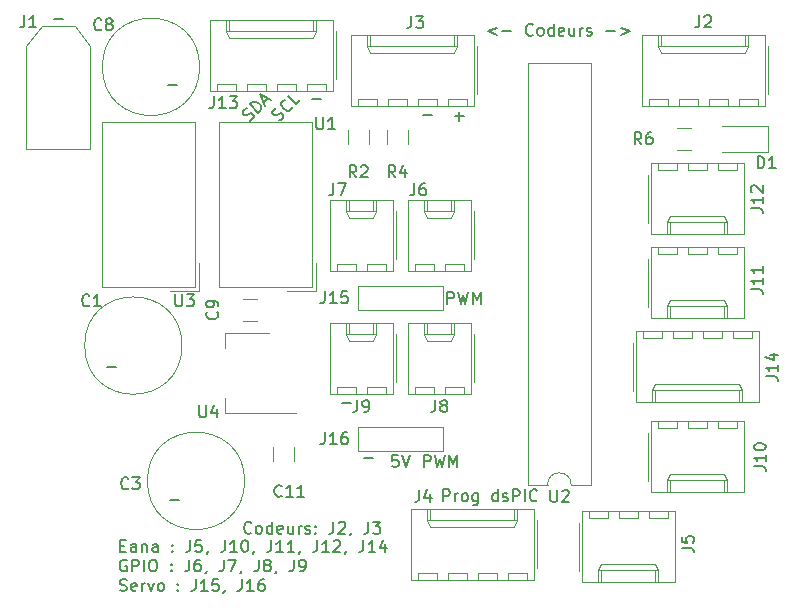
<source format=gto>
G04 #@! TF.GenerationSoftware,KiCad,Pcbnew,5.1.2-f72e74a~84~ubuntu18.04.1*
G04 #@! TF.CreationDate,2019-08-12T01:15:30+02:00*
G04 #@! TF.ProjectId,RPI_Peripheral_Expander,5250495f-5065-4726-9970-686572616c5f,rev?*
G04 #@! TF.SameCoordinates,Original*
G04 #@! TF.FileFunction,Legend,Top*
G04 #@! TF.FilePolarity,Positive*
%FSLAX46Y46*%
G04 Gerber Fmt 4.6, Leading zero omitted, Abs format (unit mm)*
G04 Created by KiCad (PCBNEW 5.1.2-f72e74a~84~ubuntu18.04.1) date 2019-08-12 01:15:30*
%MOMM*%
%LPD*%
G04 APERTURE LIST*
%ADD10C,0.150000*%
%ADD11C,0.120000*%
G04 APERTURE END LIST*
D10*
X236128819Y-141816380D02*
X236128819Y-140816380D01*
X236509771Y-140816380D01*
X236605009Y-140864000D01*
X236652628Y-140911619D01*
X236700247Y-141006857D01*
X236700247Y-141149714D01*
X236652628Y-141244952D01*
X236605009Y-141292571D01*
X236509771Y-141340190D01*
X236128819Y-141340190D01*
X237128819Y-141816380D02*
X237128819Y-141149714D01*
X237128819Y-141340190D02*
X237176438Y-141244952D01*
X237224057Y-141197333D01*
X237319295Y-141149714D01*
X237414533Y-141149714D01*
X237890723Y-141816380D02*
X237795485Y-141768761D01*
X237747866Y-141721142D01*
X237700247Y-141625904D01*
X237700247Y-141340190D01*
X237747866Y-141244952D01*
X237795485Y-141197333D01*
X237890723Y-141149714D01*
X238033580Y-141149714D01*
X238128819Y-141197333D01*
X238176438Y-141244952D01*
X238224057Y-141340190D01*
X238224057Y-141625904D01*
X238176438Y-141721142D01*
X238128819Y-141768761D01*
X238033580Y-141816380D01*
X237890723Y-141816380D01*
X239081200Y-141149714D02*
X239081200Y-141959238D01*
X239033580Y-142054476D01*
X238985961Y-142102095D01*
X238890723Y-142149714D01*
X238747866Y-142149714D01*
X238652628Y-142102095D01*
X239081200Y-141768761D02*
X238985961Y-141816380D01*
X238795485Y-141816380D01*
X238700247Y-141768761D01*
X238652628Y-141721142D01*
X238605009Y-141625904D01*
X238605009Y-141340190D01*
X238652628Y-141244952D01*
X238700247Y-141197333D01*
X238795485Y-141149714D01*
X238985961Y-141149714D01*
X239081200Y-141197333D01*
X240747866Y-141816380D02*
X240747866Y-140816380D01*
X240747866Y-141768761D02*
X240652628Y-141816380D01*
X240462152Y-141816380D01*
X240366914Y-141768761D01*
X240319295Y-141721142D01*
X240271676Y-141625904D01*
X240271676Y-141340190D01*
X240319295Y-141244952D01*
X240366914Y-141197333D01*
X240462152Y-141149714D01*
X240652628Y-141149714D01*
X240747866Y-141197333D01*
X241176438Y-141768761D02*
X241271676Y-141816380D01*
X241462152Y-141816380D01*
X241557390Y-141768761D01*
X241605009Y-141673523D01*
X241605009Y-141625904D01*
X241557390Y-141530666D01*
X241462152Y-141483047D01*
X241319295Y-141483047D01*
X241224057Y-141435428D01*
X241176438Y-141340190D01*
X241176438Y-141292571D01*
X241224057Y-141197333D01*
X241319295Y-141149714D01*
X241462152Y-141149714D01*
X241557390Y-141197333D01*
X242033580Y-141816380D02*
X242033580Y-140816380D01*
X242414533Y-140816380D01*
X242509771Y-140864000D01*
X242557390Y-140911619D01*
X242605009Y-141006857D01*
X242605009Y-141149714D01*
X242557390Y-141244952D01*
X242509771Y-141292571D01*
X242414533Y-141340190D01*
X242033580Y-141340190D01*
X243033580Y-141816380D02*
X243033580Y-140816380D01*
X244081200Y-141721142D02*
X244033580Y-141768761D01*
X243890723Y-141816380D01*
X243795485Y-141816380D01*
X243652628Y-141768761D01*
X243557390Y-141673523D01*
X243509771Y-141578285D01*
X243462152Y-141387809D01*
X243462152Y-141244952D01*
X243509771Y-141054476D01*
X243557390Y-140959238D01*
X243652628Y-140864000D01*
X243795485Y-140816380D01*
X243890723Y-140816380D01*
X244033580Y-140864000D01*
X244081200Y-140911619D01*
X219901542Y-144464342D02*
X219853923Y-144511961D01*
X219711066Y-144559580D01*
X219615828Y-144559580D01*
X219472971Y-144511961D01*
X219377733Y-144416723D01*
X219330114Y-144321485D01*
X219282495Y-144131009D01*
X219282495Y-143988152D01*
X219330114Y-143797676D01*
X219377733Y-143702438D01*
X219472971Y-143607200D01*
X219615828Y-143559580D01*
X219711066Y-143559580D01*
X219853923Y-143607200D01*
X219901542Y-143654819D01*
X220472971Y-144559580D02*
X220377733Y-144511961D01*
X220330114Y-144464342D01*
X220282495Y-144369104D01*
X220282495Y-144083390D01*
X220330114Y-143988152D01*
X220377733Y-143940533D01*
X220472971Y-143892914D01*
X220615828Y-143892914D01*
X220711066Y-143940533D01*
X220758685Y-143988152D01*
X220806304Y-144083390D01*
X220806304Y-144369104D01*
X220758685Y-144464342D01*
X220711066Y-144511961D01*
X220615828Y-144559580D01*
X220472971Y-144559580D01*
X221663447Y-144559580D02*
X221663447Y-143559580D01*
X221663447Y-144511961D02*
X221568209Y-144559580D01*
X221377733Y-144559580D01*
X221282495Y-144511961D01*
X221234876Y-144464342D01*
X221187257Y-144369104D01*
X221187257Y-144083390D01*
X221234876Y-143988152D01*
X221282495Y-143940533D01*
X221377733Y-143892914D01*
X221568209Y-143892914D01*
X221663447Y-143940533D01*
X222520590Y-144511961D02*
X222425352Y-144559580D01*
X222234876Y-144559580D01*
X222139638Y-144511961D01*
X222092019Y-144416723D01*
X222092019Y-144035771D01*
X222139638Y-143940533D01*
X222234876Y-143892914D01*
X222425352Y-143892914D01*
X222520590Y-143940533D01*
X222568209Y-144035771D01*
X222568209Y-144131009D01*
X222092019Y-144226247D01*
X223425352Y-143892914D02*
X223425352Y-144559580D01*
X222996780Y-143892914D02*
X222996780Y-144416723D01*
X223044400Y-144511961D01*
X223139638Y-144559580D01*
X223282495Y-144559580D01*
X223377733Y-144511961D01*
X223425352Y-144464342D01*
X223901542Y-144559580D02*
X223901542Y-143892914D01*
X223901542Y-144083390D02*
X223949161Y-143988152D01*
X223996780Y-143940533D01*
X224092019Y-143892914D01*
X224187257Y-143892914D01*
X224472971Y-144511961D02*
X224568209Y-144559580D01*
X224758685Y-144559580D01*
X224853923Y-144511961D01*
X224901542Y-144416723D01*
X224901542Y-144369104D01*
X224853923Y-144273866D01*
X224758685Y-144226247D01*
X224615828Y-144226247D01*
X224520590Y-144178628D01*
X224472971Y-144083390D01*
X224472971Y-144035771D01*
X224520590Y-143940533D01*
X224615828Y-143892914D01*
X224758685Y-143892914D01*
X224853923Y-143940533D01*
X225330114Y-144464342D02*
X225377733Y-144511961D01*
X225330114Y-144559580D01*
X225282495Y-144511961D01*
X225330114Y-144464342D01*
X225330114Y-144559580D01*
X225330114Y-143940533D02*
X225377733Y-143988152D01*
X225330114Y-144035771D01*
X225282495Y-143988152D01*
X225330114Y-143940533D01*
X225330114Y-144035771D01*
X226853923Y-143559580D02*
X226853923Y-144273866D01*
X226806304Y-144416723D01*
X226711066Y-144511961D01*
X226568209Y-144559580D01*
X226472971Y-144559580D01*
X227282495Y-143654819D02*
X227330114Y-143607200D01*
X227425352Y-143559580D01*
X227663447Y-143559580D01*
X227758685Y-143607200D01*
X227806304Y-143654819D01*
X227853923Y-143750057D01*
X227853923Y-143845295D01*
X227806304Y-143988152D01*
X227234876Y-144559580D01*
X227853923Y-144559580D01*
X228330114Y-144511961D02*
X228330114Y-144559580D01*
X228282495Y-144654819D01*
X228234876Y-144702438D01*
X229806304Y-143559580D02*
X229806304Y-144273866D01*
X229758685Y-144416723D01*
X229663447Y-144511961D01*
X229520590Y-144559580D01*
X229425352Y-144559580D01*
X230187257Y-143559580D02*
X230806304Y-143559580D01*
X230472971Y-143940533D01*
X230615828Y-143940533D01*
X230711066Y-143988152D01*
X230758685Y-144035771D01*
X230806304Y-144131009D01*
X230806304Y-144369104D01*
X230758685Y-144464342D01*
X230711066Y-144511961D01*
X230615828Y-144559580D01*
X230330114Y-144559580D01*
X230234876Y-144511961D01*
X230187257Y-144464342D01*
X213030247Y-141689428D02*
X213792152Y-141689428D01*
X207645447Y-130411828D02*
X208407352Y-130411828D01*
X212827047Y-106535828D02*
X213588952Y-106535828D01*
X203225847Y-100998628D02*
X203987752Y-100998628D01*
X208819195Y-145586171D02*
X209152528Y-145586171D01*
X209295385Y-146109980D02*
X208819195Y-146109980D01*
X208819195Y-145109980D01*
X209295385Y-145109980D01*
X210152528Y-146109980D02*
X210152528Y-145586171D01*
X210104909Y-145490933D01*
X210009671Y-145443314D01*
X209819195Y-145443314D01*
X209723957Y-145490933D01*
X210152528Y-146062361D02*
X210057290Y-146109980D01*
X209819195Y-146109980D01*
X209723957Y-146062361D01*
X209676338Y-145967123D01*
X209676338Y-145871885D01*
X209723957Y-145776647D01*
X209819195Y-145729028D01*
X210057290Y-145729028D01*
X210152528Y-145681409D01*
X210628719Y-145443314D02*
X210628719Y-146109980D01*
X210628719Y-145538552D02*
X210676338Y-145490933D01*
X210771576Y-145443314D01*
X210914433Y-145443314D01*
X211009671Y-145490933D01*
X211057290Y-145586171D01*
X211057290Y-146109980D01*
X211962052Y-146109980D02*
X211962052Y-145586171D01*
X211914433Y-145490933D01*
X211819195Y-145443314D01*
X211628719Y-145443314D01*
X211533480Y-145490933D01*
X211962052Y-146062361D02*
X211866814Y-146109980D01*
X211628719Y-146109980D01*
X211533480Y-146062361D01*
X211485861Y-145967123D01*
X211485861Y-145871885D01*
X211533480Y-145776647D01*
X211628719Y-145729028D01*
X211866814Y-145729028D01*
X211962052Y-145681409D01*
X213200147Y-146014742D02*
X213247766Y-146062361D01*
X213200147Y-146109980D01*
X213152528Y-146062361D01*
X213200147Y-146014742D01*
X213200147Y-146109980D01*
X213200147Y-145490933D02*
X213247766Y-145538552D01*
X213200147Y-145586171D01*
X213152528Y-145538552D01*
X213200147Y-145490933D01*
X213200147Y-145586171D01*
X214723957Y-145109980D02*
X214723957Y-145824266D01*
X214676338Y-145967123D01*
X214581100Y-146062361D01*
X214438242Y-146109980D01*
X214343004Y-146109980D01*
X215676338Y-145109980D02*
X215200147Y-145109980D01*
X215152528Y-145586171D01*
X215200147Y-145538552D01*
X215295385Y-145490933D01*
X215533480Y-145490933D01*
X215628719Y-145538552D01*
X215676338Y-145586171D01*
X215723957Y-145681409D01*
X215723957Y-145919504D01*
X215676338Y-146014742D01*
X215628719Y-146062361D01*
X215533480Y-146109980D01*
X215295385Y-146109980D01*
X215200147Y-146062361D01*
X215152528Y-146014742D01*
X216200147Y-146062361D02*
X216200147Y-146109980D01*
X216152528Y-146205219D01*
X216104909Y-146252838D01*
X217676338Y-145109980D02*
X217676338Y-145824266D01*
X217628719Y-145967123D01*
X217533480Y-146062361D01*
X217390623Y-146109980D01*
X217295385Y-146109980D01*
X218676338Y-146109980D02*
X218104909Y-146109980D01*
X218390623Y-146109980D02*
X218390623Y-145109980D01*
X218295385Y-145252838D01*
X218200147Y-145348076D01*
X218104909Y-145395695D01*
X219295385Y-145109980D02*
X219390623Y-145109980D01*
X219485861Y-145157600D01*
X219533480Y-145205219D01*
X219581100Y-145300457D01*
X219628719Y-145490933D01*
X219628719Y-145729028D01*
X219581100Y-145919504D01*
X219533480Y-146014742D01*
X219485861Y-146062361D01*
X219390623Y-146109980D01*
X219295385Y-146109980D01*
X219200147Y-146062361D01*
X219152528Y-146014742D01*
X219104909Y-145919504D01*
X219057290Y-145729028D01*
X219057290Y-145490933D01*
X219104909Y-145300457D01*
X219152528Y-145205219D01*
X219200147Y-145157600D01*
X219295385Y-145109980D01*
X220104909Y-146062361D02*
X220104909Y-146109980D01*
X220057290Y-146205219D01*
X220009671Y-146252838D01*
X221581100Y-145109980D02*
X221581100Y-145824266D01*
X221533480Y-145967123D01*
X221438242Y-146062361D01*
X221295385Y-146109980D01*
X221200147Y-146109980D01*
X222581100Y-146109980D02*
X222009671Y-146109980D01*
X222295385Y-146109980D02*
X222295385Y-145109980D01*
X222200147Y-145252838D01*
X222104909Y-145348076D01*
X222009671Y-145395695D01*
X223533480Y-146109980D02*
X222962052Y-146109980D01*
X223247766Y-146109980D02*
X223247766Y-145109980D01*
X223152528Y-145252838D01*
X223057290Y-145348076D01*
X222962052Y-145395695D01*
X224009671Y-146062361D02*
X224009671Y-146109980D01*
X223962052Y-146205219D01*
X223914433Y-146252838D01*
X225485861Y-145109980D02*
X225485861Y-145824266D01*
X225438242Y-145967123D01*
X225343004Y-146062361D01*
X225200147Y-146109980D01*
X225104909Y-146109980D01*
X226485861Y-146109980D02*
X225914433Y-146109980D01*
X226200147Y-146109980D02*
X226200147Y-145109980D01*
X226104909Y-145252838D01*
X226009671Y-145348076D01*
X225914433Y-145395695D01*
X226866814Y-145205219D02*
X226914433Y-145157600D01*
X227009671Y-145109980D01*
X227247766Y-145109980D01*
X227343004Y-145157600D01*
X227390623Y-145205219D01*
X227438242Y-145300457D01*
X227438242Y-145395695D01*
X227390623Y-145538552D01*
X226819195Y-146109980D01*
X227438242Y-146109980D01*
X227914433Y-146062361D02*
X227914433Y-146109980D01*
X227866814Y-146205219D01*
X227819195Y-146252838D01*
X229390623Y-145109980D02*
X229390623Y-145824266D01*
X229343004Y-145967123D01*
X229247766Y-146062361D01*
X229104909Y-146109980D01*
X229009671Y-146109980D01*
X230390623Y-146109980D02*
X229819195Y-146109980D01*
X230104909Y-146109980D02*
X230104909Y-145109980D01*
X230009671Y-145252838D01*
X229914433Y-145348076D01*
X229819195Y-145395695D01*
X231247766Y-145443314D02*
X231247766Y-146109980D01*
X231009671Y-145062361D02*
X230771576Y-145776647D01*
X231390623Y-145776647D01*
X209343004Y-146807600D02*
X209247766Y-146759980D01*
X209104909Y-146759980D01*
X208962052Y-146807600D01*
X208866814Y-146902838D01*
X208819195Y-146998076D01*
X208771576Y-147188552D01*
X208771576Y-147331409D01*
X208819195Y-147521885D01*
X208866814Y-147617123D01*
X208962052Y-147712361D01*
X209104909Y-147759980D01*
X209200147Y-147759980D01*
X209343004Y-147712361D01*
X209390623Y-147664742D01*
X209390623Y-147331409D01*
X209200147Y-147331409D01*
X209819195Y-147759980D02*
X209819195Y-146759980D01*
X210200147Y-146759980D01*
X210295385Y-146807600D01*
X210343004Y-146855219D01*
X210390623Y-146950457D01*
X210390623Y-147093314D01*
X210343004Y-147188552D01*
X210295385Y-147236171D01*
X210200147Y-147283790D01*
X209819195Y-147283790D01*
X210819195Y-147759980D02*
X210819195Y-146759980D01*
X211485861Y-146759980D02*
X211676338Y-146759980D01*
X211771576Y-146807600D01*
X211866814Y-146902838D01*
X211914433Y-147093314D01*
X211914433Y-147426647D01*
X211866814Y-147617123D01*
X211771576Y-147712361D01*
X211676338Y-147759980D01*
X211485861Y-147759980D01*
X211390623Y-147712361D01*
X211295385Y-147617123D01*
X211247766Y-147426647D01*
X211247766Y-147093314D01*
X211295385Y-146902838D01*
X211390623Y-146807600D01*
X211485861Y-146759980D01*
X213104909Y-147664742D02*
X213152528Y-147712361D01*
X213104909Y-147759980D01*
X213057290Y-147712361D01*
X213104909Y-147664742D01*
X213104909Y-147759980D01*
X213104909Y-147140933D02*
X213152528Y-147188552D01*
X213104909Y-147236171D01*
X213057290Y-147188552D01*
X213104909Y-147140933D01*
X213104909Y-147236171D01*
X214628719Y-146759980D02*
X214628719Y-147474266D01*
X214581100Y-147617123D01*
X214485861Y-147712361D01*
X214343004Y-147759980D01*
X214247766Y-147759980D01*
X215533480Y-146759980D02*
X215343004Y-146759980D01*
X215247766Y-146807600D01*
X215200147Y-146855219D01*
X215104909Y-146998076D01*
X215057290Y-147188552D01*
X215057290Y-147569504D01*
X215104909Y-147664742D01*
X215152528Y-147712361D01*
X215247766Y-147759980D01*
X215438242Y-147759980D01*
X215533480Y-147712361D01*
X215581100Y-147664742D01*
X215628719Y-147569504D01*
X215628719Y-147331409D01*
X215581100Y-147236171D01*
X215533480Y-147188552D01*
X215438242Y-147140933D01*
X215247766Y-147140933D01*
X215152528Y-147188552D01*
X215104909Y-147236171D01*
X215057290Y-147331409D01*
X216104909Y-147712361D02*
X216104909Y-147759980D01*
X216057290Y-147855219D01*
X216009671Y-147902838D01*
X217581100Y-146759980D02*
X217581100Y-147474266D01*
X217533480Y-147617123D01*
X217438242Y-147712361D01*
X217295385Y-147759980D01*
X217200147Y-147759980D01*
X217962052Y-146759980D02*
X218628719Y-146759980D01*
X218200147Y-147759980D01*
X219057290Y-147712361D02*
X219057290Y-147759980D01*
X219009671Y-147855219D01*
X218962052Y-147902838D01*
X220533480Y-146759980D02*
X220533480Y-147474266D01*
X220485861Y-147617123D01*
X220390623Y-147712361D01*
X220247766Y-147759980D01*
X220152528Y-147759980D01*
X221152528Y-147188552D02*
X221057290Y-147140933D01*
X221009671Y-147093314D01*
X220962052Y-146998076D01*
X220962052Y-146950457D01*
X221009671Y-146855219D01*
X221057290Y-146807600D01*
X221152528Y-146759980D01*
X221343004Y-146759980D01*
X221438242Y-146807600D01*
X221485861Y-146855219D01*
X221533480Y-146950457D01*
X221533480Y-146998076D01*
X221485861Y-147093314D01*
X221438242Y-147140933D01*
X221343004Y-147188552D01*
X221152528Y-147188552D01*
X221057290Y-147236171D01*
X221009671Y-147283790D01*
X220962052Y-147379028D01*
X220962052Y-147569504D01*
X221009671Y-147664742D01*
X221057290Y-147712361D01*
X221152528Y-147759980D01*
X221343004Y-147759980D01*
X221438242Y-147712361D01*
X221485861Y-147664742D01*
X221533480Y-147569504D01*
X221533480Y-147379028D01*
X221485861Y-147283790D01*
X221438242Y-147236171D01*
X221343004Y-147188552D01*
X222009671Y-147712361D02*
X222009671Y-147759980D01*
X221962052Y-147855219D01*
X221914433Y-147902838D01*
X223485861Y-146759980D02*
X223485861Y-147474266D01*
X223438242Y-147617123D01*
X223343004Y-147712361D01*
X223200147Y-147759980D01*
X223104909Y-147759980D01*
X224009671Y-147759980D02*
X224200147Y-147759980D01*
X224295385Y-147712361D01*
X224343004Y-147664742D01*
X224438242Y-147521885D01*
X224485861Y-147331409D01*
X224485861Y-146950457D01*
X224438242Y-146855219D01*
X224390623Y-146807600D01*
X224295385Y-146759980D01*
X224104909Y-146759980D01*
X224009671Y-146807600D01*
X223962052Y-146855219D01*
X223914433Y-146950457D01*
X223914433Y-147188552D01*
X223962052Y-147283790D01*
X224009671Y-147331409D01*
X224104909Y-147379028D01*
X224295385Y-147379028D01*
X224390623Y-147331409D01*
X224438242Y-147283790D01*
X224485861Y-147188552D01*
X208771576Y-149362361D02*
X208914433Y-149409980D01*
X209152528Y-149409980D01*
X209247766Y-149362361D01*
X209295385Y-149314742D01*
X209343004Y-149219504D01*
X209343004Y-149124266D01*
X209295385Y-149029028D01*
X209247766Y-148981409D01*
X209152528Y-148933790D01*
X208962052Y-148886171D01*
X208866814Y-148838552D01*
X208819195Y-148790933D01*
X208771576Y-148695695D01*
X208771576Y-148600457D01*
X208819195Y-148505219D01*
X208866814Y-148457600D01*
X208962052Y-148409980D01*
X209200147Y-148409980D01*
X209343004Y-148457600D01*
X210152528Y-149362361D02*
X210057290Y-149409980D01*
X209866814Y-149409980D01*
X209771576Y-149362361D01*
X209723957Y-149267123D01*
X209723957Y-148886171D01*
X209771576Y-148790933D01*
X209866814Y-148743314D01*
X210057290Y-148743314D01*
X210152528Y-148790933D01*
X210200147Y-148886171D01*
X210200147Y-148981409D01*
X209723957Y-149076647D01*
X210628719Y-149409980D02*
X210628719Y-148743314D01*
X210628719Y-148933790D02*
X210676338Y-148838552D01*
X210723957Y-148790933D01*
X210819195Y-148743314D01*
X210914433Y-148743314D01*
X211152528Y-148743314D02*
X211390623Y-149409980D01*
X211628719Y-148743314D01*
X212152528Y-149409980D02*
X212057290Y-149362361D01*
X212009671Y-149314742D01*
X211962052Y-149219504D01*
X211962052Y-148933790D01*
X212009671Y-148838552D01*
X212057290Y-148790933D01*
X212152528Y-148743314D01*
X212295385Y-148743314D01*
X212390623Y-148790933D01*
X212438242Y-148838552D01*
X212485861Y-148933790D01*
X212485861Y-149219504D01*
X212438242Y-149314742D01*
X212390623Y-149362361D01*
X212295385Y-149409980D01*
X212152528Y-149409980D01*
X213676338Y-149314742D02*
X213723957Y-149362361D01*
X213676338Y-149409980D01*
X213628719Y-149362361D01*
X213676338Y-149314742D01*
X213676338Y-149409980D01*
X213676338Y-148790933D02*
X213723957Y-148838552D01*
X213676338Y-148886171D01*
X213628719Y-148838552D01*
X213676338Y-148790933D01*
X213676338Y-148886171D01*
X215200147Y-148409980D02*
X215200147Y-149124266D01*
X215152528Y-149267123D01*
X215057290Y-149362361D01*
X214914433Y-149409980D01*
X214819195Y-149409980D01*
X216200147Y-149409980D02*
X215628719Y-149409980D01*
X215914433Y-149409980D02*
X215914433Y-148409980D01*
X215819195Y-148552838D01*
X215723957Y-148648076D01*
X215628719Y-148695695D01*
X217104909Y-148409980D02*
X216628719Y-148409980D01*
X216581100Y-148886171D01*
X216628719Y-148838552D01*
X216723957Y-148790933D01*
X216962052Y-148790933D01*
X217057290Y-148838552D01*
X217104909Y-148886171D01*
X217152528Y-148981409D01*
X217152528Y-149219504D01*
X217104909Y-149314742D01*
X217057290Y-149362361D01*
X216962052Y-149409980D01*
X216723957Y-149409980D01*
X216628719Y-149362361D01*
X216581100Y-149314742D01*
X217628719Y-149362361D02*
X217628719Y-149409980D01*
X217581100Y-149505219D01*
X217533480Y-149552838D01*
X219104909Y-148409980D02*
X219104909Y-149124266D01*
X219057290Y-149267123D01*
X218962052Y-149362361D01*
X218819195Y-149409980D01*
X218723957Y-149409980D01*
X220104909Y-149409980D02*
X219533480Y-149409980D01*
X219819195Y-149409980D02*
X219819195Y-148409980D01*
X219723957Y-148552838D01*
X219628719Y-148648076D01*
X219533480Y-148695695D01*
X220962052Y-148409980D02*
X220771576Y-148409980D01*
X220676338Y-148457600D01*
X220628719Y-148505219D01*
X220533480Y-148648076D01*
X220485861Y-148838552D01*
X220485861Y-149219504D01*
X220533480Y-149314742D01*
X220581100Y-149362361D01*
X220676338Y-149409980D01*
X220866814Y-149409980D01*
X220962052Y-149362361D01*
X221009671Y-149314742D01*
X221057290Y-149219504D01*
X221057290Y-148981409D01*
X221009671Y-148886171D01*
X220962052Y-148838552D01*
X220866814Y-148790933D01*
X220676338Y-148790933D01*
X220581100Y-148838552D01*
X220533480Y-148886171D01*
X220485861Y-148981409D01*
X240685104Y-101728914D02*
X239923200Y-102014628D01*
X240685104Y-102300342D01*
X241161295Y-102014628D02*
X241923200Y-102014628D01*
X243732723Y-102300342D02*
X243685104Y-102347961D01*
X243542247Y-102395580D01*
X243447009Y-102395580D01*
X243304152Y-102347961D01*
X243208914Y-102252723D01*
X243161295Y-102157485D01*
X243113676Y-101967009D01*
X243113676Y-101824152D01*
X243161295Y-101633676D01*
X243208914Y-101538438D01*
X243304152Y-101443200D01*
X243447009Y-101395580D01*
X243542247Y-101395580D01*
X243685104Y-101443200D01*
X243732723Y-101490819D01*
X244304152Y-102395580D02*
X244208914Y-102347961D01*
X244161295Y-102300342D01*
X244113676Y-102205104D01*
X244113676Y-101919390D01*
X244161295Y-101824152D01*
X244208914Y-101776533D01*
X244304152Y-101728914D01*
X244447009Y-101728914D01*
X244542247Y-101776533D01*
X244589866Y-101824152D01*
X244637485Y-101919390D01*
X244637485Y-102205104D01*
X244589866Y-102300342D01*
X244542247Y-102347961D01*
X244447009Y-102395580D01*
X244304152Y-102395580D01*
X245494628Y-102395580D02*
X245494628Y-101395580D01*
X245494628Y-102347961D02*
X245399390Y-102395580D01*
X245208914Y-102395580D01*
X245113676Y-102347961D01*
X245066057Y-102300342D01*
X245018438Y-102205104D01*
X245018438Y-101919390D01*
X245066057Y-101824152D01*
X245113676Y-101776533D01*
X245208914Y-101728914D01*
X245399390Y-101728914D01*
X245494628Y-101776533D01*
X246351771Y-102347961D02*
X246256533Y-102395580D01*
X246066057Y-102395580D01*
X245970819Y-102347961D01*
X245923200Y-102252723D01*
X245923200Y-101871771D01*
X245970819Y-101776533D01*
X246066057Y-101728914D01*
X246256533Y-101728914D01*
X246351771Y-101776533D01*
X246399390Y-101871771D01*
X246399390Y-101967009D01*
X245923200Y-102062247D01*
X247256533Y-101728914D02*
X247256533Y-102395580D01*
X246827961Y-101728914D02*
X246827961Y-102252723D01*
X246875580Y-102347961D01*
X246970819Y-102395580D01*
X247113676Y-102395580D01*
X247208914Y-102347961D01*
X247256533Y-102300342D01*
X247732723Y-102395580D02*
X247732723Y-101728914D01*
X247732723Y-101919390D02*
X247780342Y-101824152D01*
X247827961Y-101776533D01*
X247923200Y-101728914D01*
X248018438Y-101728914D01*
X248304152Y-102347961D02*
X248399390Y-102395580D01*
X248589866Y-102395580D01*
X248685104Y-102347961D01*
X248732723Y-102252723D01*
X248732723Y-102205104D01*
X248685104Y-102109866D01*
X248589866Y-102062247D01*
X248447009Y-102062247D01*
X248351771Y-102014628D01*
X248304152Y-101919390D01*
X248304152Y-101871771D01*
X248351771Y-101776533D01*
X248447009Y-101728914D01*
X248589866Y-101728914D01*
X248685104Y-101776533D01*
X249923200Y-102014628D02*
X250685104Y-102014628D01*
X251161295Y-101728914D02*
X251923200Y-102014628D01*
X251161295Y-102300342D01*
X236492038Y-125103180D02*
X236492038Y-124103180D01*
X236872990Y-124103180D01*
X236968228Y-124150800D01*
X237015847Y-124198419D01*
X237063466Y-124293657D01*
X237063466Y-124436514D01*
X237015847Y-124531752D01*
X236968228Y-124579371D01*
X236872990Y-124626990D01*
X236492038Y-124626990D01*
X237396800Y-124103180D02*
X237634895Y-125103180D01*
X237825371Y-124388895D01*
X238015847Y-125103180D01*
X238253942Y-124103180D01*
X238634895Y-125103180D02*
X238634895Y-124103180D01*
X238968228Y-124817466D01*
X239301561Y-124103180D01*
X239301561Y-125103180D01*
X234510838Y-138920780D02*
X234510838Y-137920780D01*
X234891790Y-137920780D01*
X234987028Y-137968400D01*
X235034647Y-138016019D01*
X235082266Y-138111257D01*
X235082266Y-138254114D01*
X235034647Y-138349352D01*
X234987028Y-138396971D01*
X234891790Y-138444590D01*
X234510838Y-138444590D01*
X235415600Y-137920780D02*
X235653695Y-138920780D01*
X235844171Y-138206495D01*
X236034647Y-138920780D01*
X236272742Y-137920780D01*
X236653695Y-138920780D02*
X236653695Y-137920780D01*
X236987028Y-138635066D01*
X237320361Y-137920780D01*
X237320361Y-138920780D01*
X232321523Y-137920780D02*
X231845333Y-137920780D01*
X231797714Y-138396971D01*
X231845333Y-138349352D01*
X231940571Y-138301733D01*
X232178666Y-138301733D01*
X232273904Y-138349352D01*
X232321523Y-138396971D01*
X232369142Y-138492209D01*
X232369142Y-138730304D01*
X232321523Y-138825542D01*
X232273904Y-138873161D01*
X232178666Y-138920780D01*
X231940571Y-138920780D01*
X231845333Y-138873161D01*
X231797714Y-138825542D01*
X232654857Y-137920780D02*
X232988190Y-138920780D01*
X233321523Y-137920780D01*
X229438647Y-138133428D02*
X230200552Y-138133428D01*
X219747580Y-109590439D02*
X219882267Y-109523096D01*
X220050625Y-109354737D01*
X220084297Y-109253722D01*
X220084297Y-109186378D01*
X220050625Y-109085363D01*
X219983282Y-109018019D01*
X219882267Y-108984348D01*
X219814923Y-108984348D01*
X219713908Y-109018019D01*
X219545549Y-109119035D01*
X219444534Y-109152706D01*
X219377190Y-109152706D01*
X219276175Y-109119035D01*
X219208832Y-109051691D01*
X219175160Y-108950676D01*
X219175160Y-108883332D01*
X219208832Y-108782317D01*
X219377190Y-108613958D01*
X219511877Y-108546615D01*
X220488358Y-108917004D02*
X219781251Y-108209897D01*
X219949610Y-108041538D01*
X220084297Y-107974195D01*
X220218984Y-107974195D01*
X220320000Y-108007867D01*
X220488358Y-108108882D01*
X220589374Y-108209897D01*
X220690389Y-108378256D01*
X220724061Y-108479271D01*
X220724061Y-108613958D01*
X220656717Y-108748645D01*
X220488358Y-108917004D01*
X220959763Y-108041538D02*
X221296480Y-107704821D01*
X221094450Y-108310912D02*
X220623045Y-107368103D01*
X221565854Y-107839508D01*
X222253616Y-109573603D02*
X222388303Y-109506260D01*
X222556661Y-109337901D01*
X222590333Y-109236886D01*
X222590333Y-109169542D01*
X222556661Y-109068527D01*
X222489318Y-109001183D01*
X222388303Y-108967512D01*
X222320959Y-108967512D01*
X222219944Y-109001183D01*
X222051585Y-109102199D01*
X221950570Y-109135870D01*
X221883226Y-109135870D01*
X221782211Y-109102199D01*
X221714868Y-109034855D01*
X221681196Y-108933840D01*
X221681196Y-108866496D01*
X221714868Y-108765481D01*
X221883226Y-108597122D01*
X222017913Y-108529779D01*
X223331112Y-108428764D02*
X223331112Y-108496107D01*
X223263768Y-108630794D01*
X223196425Y-108698138D01*
X223061738Y-108765481D01*
X222927051Y-108765481D01*
X222826035Y-108731809D01*
X222657677Y-108630794D01*
X222556661Y-108529779D01*
X222455646Y-108361420D01*
X222421974Y-108260405D01*
X222421974Y-108125718D01*
X222489318Y-107991031D01*
X222556661Y-107923687D01*
X222691348Y-107856344D01*
X222758692Y-107856344D01*
X224038218Y-107856344D02*
X223701501Y-108193061D01*
X222994394Y-107485955D01*
X225019047Y-107755028D02*
X225780952Y-107755028D01*
X227609847Y-133510628D02*
X228371752Y-133510628D01*
X237109447Y-109228228D02*
X237871352Y-109228228D01*
X237490400Y-109609180D02*
X237490400Y-108847276D01*
X234417047Y-109126628D02*
X235178952Y-109126628D01*
D11*
X260998000Y-113788000D02*
X260998000Y-113188000D01*
X259398000Y-113788000D02*
X260998000Y-113788000D01*
X259398000Y-113188000D02*
X259398000Y-113788000D01*
X258458000Y-113788000D02*
X258458000Y-113188000D01*
X256858000Y-113788000D02*
X258458000Y-113788000D01*
X256858000Y-113188000D02*
X256858000Y-113788000D01*
X255918000Y-113788000D02*
X255918000Y-113188000D01*
X254318000Y-113788000D02*
X255918000Y-113788000D01*
X254318000Y-113188000D02*
X254318000Y-113788000D01*
X259948000Y-119208000D02*
X259948000Y-118208000D01*
X255368000Y-119208000D02*
X255368000Y-118208000D01*
X259948000Y-117678000D02*
X260198000Y-118208000D01*
X255368000Y-117678000D02*
X259948000Y-117678000D01*
X255118000Y-118208000D02*
X255368000Y-117678000D01*
X260198000Y-118208000D02*
X260198000Y-119208000D01*
X255118000Y-118208000D02*
X260198000Y-118208000D01*
X255118000Y-119208000D02*
X255118000Y-118208000D01*
X253448000Y-114218000D02*
X253448000Y-118218000D01*
X261578000Y-113188000D02*
X253738000Y-113188000D01*
X261578000Y-119208000D02*
X261578000Y-113188000D01*
X253738000Y-119208000D02*
X261578000Y-119208000D01*
X253738000Y-113188000D02*
X253738000Y-119208000D01*
X233744000Y-121696000D02*
X233744000Y-122296000D01*
X235344000Y-121696000D02*
X233744000Y-121696000D01*
X235344000Y-122296000D02*
X235344000Y-121696000D01*
X236284000Y-121696000D02*
X236284000Y-122296000D01*
X237884000Y-121696000D02*
X236284000Y-121696000D01*
X237884000Y-122296000D02*
X237884000Y-121696000D01*
X234794000Y-116276000D02*
X234794000Y-117276000D01*
X236834000Y-116276000D02*
X236834000Y-117276000D01*
X234794000Y-117806000D02*
X234544000Y-117276000D01*
X236834000Y-117806000D02*
X234794000Y-117806000D01*
X237084000Y-117276000D02*
X236834000Y-117806000D01*
X234544000Y-117276000D02*
X234544000Y-116276000D01*
X237084000Y-117276000D02*
X234544000Y-117276000D01*
X237084000Y-116276000D02*
X237084000Y-117276000D01*
X238754000Y-121266000D02*
X238754000Y-117266000D01*
X233164000Y-122296000D02*
X238464000Y-122296000D01*
X233164000Y-116276000D02*
X233164000Y-122296000D01*
X238464000Y-116276000D02*
X233164000Y-116276000D01*
X238464000Y-122296000D02*
X238464000Y-116276000D01*
X214026000Y-128636000D02*
G75*
G03X214026000Y-128636000I-4120000J0D01*
G01*
X219332000Y-140094000D02*
G75*
G03X219332000Y-140094000I-4120000J0D01*
G01*
X220414064Y-126526000D02*
X219209936Y-126526000D01*
X220414064Y-124706000D02*
X219209936Y-124706000D01*
X223516000Y-137205936D02*
X223516000Y-138410064D01*
X221696000Y-137205936D02*
X221696000Y-138410064D01*
X259744000Y-112273000D02*
X263629000Y-112273000D01*
X263629000Y-112273000D02*
X263629000Y-110003000D01*
X263629000Y-110003000D02*
X259744000Y-110003000D01*
X206266000Y-103270000D02*
X206266000Y-111990000D01*
X206266000Y-111990000D02*
X200846000Y-111990000D01*
X200846000Y-103270000D02*
X200846000Y-111990000D01*
X204966000Y-101570000D02*
X206266000Y-103270000D01*
X202146000Y-101570000D02*
X200846000Y-103270000D01*
X204966000Y-101570000D02*
X202146000Y-101570000D01*
X253556000Y-107726000D02*
X253556000Y-108326000D01*
X255156000Y-107726000D02*
X253556000Y-107726000D01*
X255156000Y-108326000D02*
X255156000Y-107726000D01*
X256096000Y-107726000D02*
X256096000Y-108326000D01*
X257696000Y-107726000D02*
X256096000Y-107726000D01*
X257696000Y-108326000D02*
X257696000Y-107726000D01*
X258636000Y-107726000D02*
X258636000Y-108326000D01*
X260236000Y-107726000D02*
X258636000Y-107726000D01*
X260236000Y-108326000D02*
X260236000Y-107726000D01*
X261176000Y-107726000D02*
X261176000Y-108326000D01*
X262776000Y-107726000D02*
X261176000Y-107726000D01*
X262776000Y-108326000D02*
X262776000Y-107726000D01*
X254606000Y-102306000D02*
X254606000Y-103306000D01*
X261726000Y-102306000D02*
X261726000Y-103306000D01*
X254606000Y-103836000D02*
X254356000Y-103306000D01*
X261726000Y-103836000D02*
X254606000Y-103836000D01*
X261976000Y-103306000D02*
X261726000Y-103836000D01*
X254356000Y-103306000D02*
X254356000Y-102306000D01*
X261976000Y-103306000D02*
X254356000Y-103306000D01*
X261976000Y-102306000D02*
X261976000Y-103306000D01*
X263646000Y-107296000D02*
X263646000Y-103296000D01*
X252976000Y-108326000D02*
X263356000Y-108326000D01*
X252976000Y-102306000D02*
X252976000Y-108326000D01*
X263356000Y-102306000D02*
X252976000Y-102306000D01*
X263356000Y-108326000D02*
X263356000Y-102306000D01*
X238718000Y-108326000D02*
X238718000Y-102306000D01*
X238718000Y-102306000D02*
X228338000Y-102306000D01*
X228338000Y-102306000D02*
X228338000Y-108326000D01*
X228338000Y-108326000D02*
X238718000Y-108326000D01*
X239008000Y-107296000D02*
X239008000Y-103296000D01*
X237338000Y-102306000D02*
X237338000Y-103306000D01*
X237338000Y-103306000D02*
X229718000Y-103306000D01*
X229718000Y-103306000D02*
X229718000Y-102306000D01*
X237338000Y-103306000D02*
X237088000Y-103836000D01*
X237088000Y-103836000D02*
X229968000Y-103836000D01*
X229968000Y-103836000D02*
X229718000Y-103306000D01*
X237088000Y-102306000D02*
X237088000Y-103306000D01*
X229968000Y-102306000D02*
X229968000Y-103306000D01*
X238138000Y-108326000D02*
X238138000Y-107726000D01*
X238138000Y-107726000D02*
X236538000Y-107726000D01*
X236538000Y-107726000D02*
X236538000Y-108326000D01*
X235598000Y-108326000D02*
X235598000Y-107726000D01*
X235598000Y-107726000D02*
X233998000Y-107726000D01*
X233998000Y-107726000D02*
X233998000Y-108326000D01*
X233058000Y-108326000D02*
X233058000Y-107726000D01*
X233058000Y-107726000D02*
X231458000Y-107726000D01*
X231458000Y-107726000D02*
X231458000Y-108326000D01*
X230518000Y-108326000D02*
X230518000Y-107726000D01*
X230518000Y-107726000D02*
X228918000Y-107726000D01*
X228918000Y-107726000D02*
X228918000Y-108326000D01*
X243798000Y-148458000D02*
X243798000Y-142438000D01*
X243798000Y-142438000D02*
X233418000Y-142438000D01*
X233418000Y-142438000D02*
X233418000Y-148458000D01*
X233418000Y-148458000D02*
X243798000Y-148458000D01*
X244088000Y-147428000D02*
X244088000Y-143428000D01*
X242418000Y-142438000D02*
X242418000Y-143438000D01*
X242418000Y-143438000D02*
X234798000Y-143438000D01*
X234798000Y-143438000D02*
X234798000Y-142438000D01*
X242418000Y-143438000D02*
X242168000Y-143968000D01*
X242168000Y-143968000D02*
X235048000Y-143968000D01*
X235048000Y-143968000D02*
X234798000Y-143438000D01*
X242168000Y-142438000D02*
X242168000Y-143438000D01*
X235048000Y-142438000D02*
X235048000Y-143438000D01*
X243218000Y-148458000D02*
X243218000Y-147858000D01*
X243218000Y-147858000D02*
X241618000Y-147858000D01*
X241618000Y-147858000D02*
X241618000Y-148458000D01*
X240678000Y-148458000D02*
X240678000Y-147858000D01*
X240678000Y-147858000D02*
X239078000Y-147858000D01*
X239078000Y-147858000D02*
X239078000Y-148458000D01*
X238138000Y-148458000D02*
X238138000Y-147858000D01*
X238138000Y-147858000D02*
X236538000Y-147858000D01*
X236538000Y-147858000D02*
X236538000Y-148458000D01*
X235598000Y-148458000D02*
X235598000Y-147858000D01*
X235598000Y-147858000D02*
X233998000Y-147858000D01*
X233998000Y-147858000D02*
X233998000Y-148458000D01*
X233744000Y-132110000D02*
X233744000Y-132710000D01*
X235344000Y-132110000D02*
X233744000Y-132110000D01*
X235344000Y-132710000D02*
X235344000Y-132110000D01*
X236284000Y-132110000D02*
X236284000Y-132710000D01*
X237884000Y-132110000D02*
X236284000Y-132110000D01*
X237884000Y-132710000D02*
X237884000Y-132110000D01*
X234794000Y-126690000D02*
X234794000Y-127690000D01*
X236834000Y-126690000D02*
X236834000Y-127690000D01*
X234794000Y-128220000D02*
X234544000Y-127690000D01*
X236834000Y-128220000D02*
X234794000Y-128220000D01*
X237084000Y-127690000D02*
X236834000Y-128220000D01*
X234544000Y-127690000D02*
X234544000Y-126690000D01*
X237084000Y-127690000D02*
X234544000Y-127690000D01*
X237084000Y-126690000D02*
X237084000Y-127690000D01*
X238754000Y-131680000D02*
X238754000Y-127680000D01*
X233164000Y-132710000D02*
X238464000Y-132710000D01*
X233164000Y-126690000D02*
X233164000Y-132710000D01*
X238464000Y-126690000D02*
X233164000Y-126690000D01*
X238464000Y-132710000D02*
X238464000Y-126690000D01*
X231860000Y-132710000D02*
X231860000Y-126690000D01*
X231860000Y-126690000D02*
X226560000Y-126690000D01*
X226560000Y-126690000D02*
X226560000Y-132710000D01*
X226560000Y-132710000D02*
X231860000Y-132710000D01*
X232150000Y-131680000D02*
X232150000Y-127680000D01*
X230480000Y-126690000D02*
X230480000Y-127690000D01*
X230480000Y-127690000D02*
X227940000Y-127690000D01*
X227940000Y-127690000D02*
X227940000Y-126690000D01*
X230480000Y-127690000D02*
X230230000Y-128220000D01*
X230230000Y-128220000D02*
X228190000Y-128220000D01*
X228190000Y-128220000D02*
X227940000Y-127690000D01*
X230230000Y-126690000D02*
X230230000Y-127690000D01*
X228190000Y-126690000D02*
X228190000Y-127690000D01*
X231280000Y-132710000D02*
X231280000Y-132110000D01*
X231280000Y-132110000D02*
X229680000Y-132110000D01*
X229680000Y-132110000D02*
X229680000Y-132710000D01*
X228740000Y-132710000D02*
X228740000Y-132110000D01*
X228740000Y-132110000D02*
X227140000Y-132110000D01*
X227140000Y-132110000D02*
X227140000Y-132710000D01*
X229866000Y-110405936D02*
X229866000Y-111610064D01*
X228046000Y-110405936D02*
X228046000Y-111610064D01*
X231348000Y-110405936D02*
X231348000Y-111610064D01*
X233168000Y-110405936D02*
X233168000Y-111610064D01*
X257120064Y-112048000D02*
X255915936Y-112048000D01*
X257120064Y-110228000D02*
X255915936Y-110228000D01*
X217648000Y-127540000D02*
X217648000Y-128800000D01*
X217648000Y-134360000D02*
X217648000Y-133100000D01*
X221408000Y-127540000D02*
X217648000Y-127540000D01*
X223658000Y-134360000D02*
X217648000Y-134360000D01*
X225335400Y-124016000D02*
X225335400Y-121686000D01*
X222885400Y-124016000D02*
X225335400Y-124016000D01*
X225005400Y-109716000D02*
X225005400Y-123716000D01*
X217155400Y-109716000D02*
X225005400Y-109716000D01*
X217155400Y-123716000D02*
X217155400Y-109716000D01*
X225005400Y-123716000D02*
X217155400Y-123716000D01*
X215522000Y-105042000D02*
G75*
G03X215522000Y-105042000I-4120000J0D01*
G01*
X247896000Y-142652000D02*
X247896000Y-148672000D01*
X247896000Y-148672000D02*
X255736000Y-148672000D01*
X255736000Y-148672000D02*
X255736000Y-142652000D01*
X255736000Y-142652000D02*
X247896000Y-142652000D01*
X247606000Y-143682000D02*
X247606000Y-147682000D01*
X249276000Y-148672000D02*
X249276000Y-147672000D01*
X249276000Y-147672000D02*
X254356000Y-147672000D01*
X254356000Y-147672000D02*
X254356000Y-148672000D01*
X249276000Y-147672000D02*
X249526000Y-147142000D01*
X249526000Y-147142000D02*
X254106000Y-147142000D01*
X254106000Y-147142000D02*
X254356000Y-147672000D01*
X249526000Y-148672000D02*
X249526000Y-147672000D01*
X254106000Y-148672000D02*
X254106000Y-147672000D01*
X248476000Y-142652000D02*
X248476000Y-143252000D01*
X248476000Y-143252000D02*
X250076000Y-143252000D01*
X250076000Y-143252000D02*
X250076000Y-142652000D01*
X251016000Y-142652000D02*
X251016000Y-143252000D01*
X251016000Y-143252000D02*
X252616000Y-143252000D01*
X252616000Y-143252000D02*
X252616000Y-142652000D01*
X253556000Y-142652000D02*
X253556000Y-143252000D01*
X253556000Y-143252000D02*
X255156000Y-143252000D01*
X255156000Y-143252000D02*
X255156000Y-142652000D01*
X231860000Y-122296000D02*
X231860000Y-116276000D01*
X231860000Y-116276000D02*
X226560000Y-116276000D01*
X226560000Y-116276000D02*
X226560000Y-122296000D01*
X226560000Y-122296000D02*
X231860000Y-122296000D01*
X232150000Y-121266000D02*
X232150000Y-117266000D01*
X230480000Y-116276000D02*
X230480000Y-117276000D01*
X230480000Y-117276000D02*
X227940000Y-117276000D01*
X227940000Y-117276000D02*
X227940000Y-116276000D01*
X230480000Y-117276000D02*
X230230000Y-117806000D01*
X230230000Y-117806000D02*
X228190000Y-117806000D01*
X228190000Y-117806000D02*
X227940000Y-117276000D01*
X230230000Y-116276000D02*
X230230000Y-117276000D01*
X228190000Y-116276000D02*
X228190000Y-117276000D01*
X231280000Y-122296000D02*
X231280000Y-121696000D01*
X231280000Y-121696000D02*
X229680000Y-121696000D01*
X229680000Y-121696000D02*
X229680000Y-122296000D01*
X228740000Y-122296000D02*
X228740000Y-121696000D01*
X228740000Y-121696000D02*
X227140000Y-121696000D01*
X227140000Y-121696000D02*
X227140000Y-122296000D01*
X260998000Y-135632000D02*
X260998000Y-135032000D01*
X259398000Y-135632000D02*
X260998000Y-135632000D01*
X259398000Y-135032000D02*
X259398000Y-135632000D01*
X258458000Y-135632000D02*
X258458000Y-135032000D01*
X256858000Y-135632000D02*
X258458000Y-135632000D01*
X256858000Y-135032000D02*
X256858000Y-135632000D01*
X255918000Y-135632000D02*
X255918000Y-135032000D01*
X254318000Y-135632000D02*
X255918000Y-135632000D01*
X254318000Y-135032000D02*
X254318000Y-135632000D01*
X259948000Y-141052000D02*
X259948000Y-140052000D01*
X255368000Y-141052000D02*
X255368000Y-140052000D01*
X259948000Y-139522000D02*
X260198000Y-140052000D01*
X255368000Y-139522000D02*
X259948000Y-139522000D01*
X255118000Y-140052000D02*
X255368000Y-139522000D01*
X260198000Y-140052000D02*
X260198000Y-141052000D01*
X255118000Y-140052000D02*
X260198000Y-140052000D01*
X255118000Y-141052000D02*
X255118000Y-140052000D01*
X253448000Y-136062000D02*
X253448000Y-140062000D01*
X261578000Y-135032000D02*
X253738000Y-135032000D01*
X261578000Y-141052000D02*
X261578000Y-135032000D01*
X253738000Y-141052000D02*
X261578000Y-141052000D01*
X253738000Y-135032000D02*
X253738000Y-141052000D01*
X253738000Y-120300000D02*
X253738000Y-126320000D01*
X253738000Y-126320000D02*
X261578000Y-126320000D01*
X261578000Y-126320000D02*
X261578000Y-120300000D01*
X261578000Y-120300000D02*
X253738000Y-120300000D01*
X253448000Y-121330000D02*
X253448000Y-125330000D01*
X255118000Y-126320000D02*
X255118000Y-125320000D01*
X255118000Y-125320000D02*
X260198000Y-125320000D01*
X260198000Y-125320000D02*
X260198000Y-126320000D01*
X255118000Y-125320000D02*
X255368000Y-124790000D01*
X255368000Y-124790000D02*
X259948000Y-124790000D01*
X259948000Y-124790000D02*
X260198000Y-125320000D01*
X255368000Y-126320000D02*
X255368000Y-125320000D01*
X259948000Y-126320000D02*
X259948000Y-125320000D01*
X254318000Y-120300000D02*
X254318000Y-120900000D01*
X254318000Y-120900000D02*
X255918000Y-120900000D01*
X255918000Y-120900000D02*
X255918000Y-120300000D01*
X256858000Y-120300000D02*
X256858000Y-120900000D01*
X256858000Y-120900000D02*
X258458000Y-120900000D01*
X258458000Y-120900000D02*
X258458000Y-120300000D01*
X259398000Y-120300000D02*
X259398000Y-120900000D01*
X259398000Y-120900000D02*
X260998000Y-120900000D01*
X260998000Y-120900000D02*
X260998000Y-120300000D01*
X216980000Y-106456000D02*
X216980000Y-107056000D01*
X218580000Y-106456000D02*
X216980000Y-106456000D01*
X218580000Y-107056000D02*
X218580000Y-106456000D01*
X219520000Y-106456000D02*
X219520000Y-107056000D01*
X221120000Y-106456000D02*
X219520000Y-106456000D01*
X221120000Y-107056000D02*
X221120000Y-106456000D01*
X222060000Y-106456000D02*
X222060000Y-107056000D01*
X223660000Y-106456000D02*
X222060000Y-106456000D01*
X223660000Y-107056000D02*
X223660000Y-106456000D01*
X224600000Y-106456000D02*
X224600000Y-107056000D01*
X226200000Y-106456000D02*
X224600000Y-106456000D01*
X226200000Y-107056000D02*
X226200000Y-106456000D01*
X218030000Y-101036000D02*
X218030000Y-102036000D01*
X225150000Y-101036000D02*
X225150000Y-102036000D01*
X218030000Y-102566000D02*
X217780000Y-102036000D01*
X225150000Y-102566000D02*
X218030000Y-102566000D01*
X225400000Y-102036000D02*
X225150000Y-102566000D01*
X217780000Y-102036000D02*
X217780000Y-101036000D01*
X225400000Y-102036000D02*
X217780000Y-102036000D01*
X225400000Y-101036000D02*
X225400000Y-102036000D01*
X227070000Y-106026000D02*
X227070000Y-102026000D01*
X216400000Y-107056000D02*
X226780000Y-107056000D01*
X216400000Y-101036000D02*
X216400000Y-107056000D01*
X226780000Y-101036000D02*
X216400000Y-101036000D01*
X226780000Y-107056000D02*
X226780000Y-101036000D01*
X252468000Y-127412000D02*
X252468000Y-133432000D01*
X252468000Y-133432000D02*
X262848000Y-133432000D01*
X262848000Y-133432000D02*
X262848000Y-127412000D01*
X262848000Y-127412000D02*
X252468000Y-127412000D01*
X252178000Y-128442000D02*
X252178000Y-132442000D01*
X253848000Y-133432000D02*
X253848000Y-132432000D01*
X253848000Y-132432000D02*
X261468000Y-132432000D01*
X261468000Y-132432000D02*
X261468000Y-133432000D01*
X253848000Y-132432000D02*
X254098000Y-131902000D01*
X254098000Y-131902000D02*
X261218000Y-131902000D01*
X261218000Y-131902000D02*
X261468000Y-132432000D01*
X254098000Y-133432000D02*
X254098000Y-132432000D01*
X261218000Y-133432000D02*
X261218000Y-132432000D01*
X253048000Y-127412000D02*
X253048000Y-128012000D01*
X253048000Y-128012000D02*
X254648000Y-128012000D01*
X254648000Y-128012000D02*
X254648000Y-127412000D01*
X255588000Y-127412000D02*
X255588000Y-128012000D01*
X255588000Y-128012000D02*
X257188000Y-128012000D01*
X257188000Y-128012000D02*
X257188000Y-127412000D01*
X258128000Y-127412000D02*
X258128000Y-128012000D01*
X258128000Y-128012000D02*
X259728000Y-128012000D01*
X259728000Y-128012000D02*
X259728000Y-127412000D01*
X260668000Y-127412000D02*
X260668000Y-128012000D01*
X260668000Y-128012000D02*
X262268000Y-128012000D01*
X262268000Y-128012000D02*
X262268000Y-127412000D01*
X236093400Y-125641400D02*
X236093400Y-123558600D01*
X236093400Y-123558600D02*
X228930600Y-123558600D01*
X228930600Y-123558600D02*
X228930600Y-125641400D01*
X228930600Y-125641400D02*
X236093400Y-125641400D01*
X228930600Y-137579400D02*
X236093400Y-137579400D01*
X228930600Y-135496600D02*
X228930600Y-137579400D01*
X236093400Y-135496600D02*
X228930600Y-135496600D01*
X236093400Y-137579400D02*
X236093400Y-135496600D01*
X244974000Y-140408000D02*
G75*
G02X246974000Y-140408000I1000000J0D01*
G01*
X246974000Y-140408000D02*
X248624000Y-140408000D01*
X248624000Y-140408000D02*
X248624000Y-104728000D01*
X248624000Y-104728000D02*
X243324000Y-104728000D01*
X243324000Y-104728000D02*
X243324000Y-140408000D01*
X243324000Y-140408000D02*
X244974000Y-140408000D01*
X215429400Y-124016000D02*
X215429400Y-121686000D01*
X212979400Y-124016000D02*
X215429400Y-124016000D01*
X215099400Y-109716000D02*
X215099400Y-123716000D01*
X207249400Y-109716000D02*
X215099400Y-109716000D01*
X207249400Y-123716000D02*
X207249400Y-109716000D01*
X215099400Y-123716000D02*
X207249400Y-123716000D01*
D10*
X262190380Y-117027523D02*
X262904666Y-117027523D01*
X263047523Y-117075142D01*
X263142761Y-117170380D01*
X263190380Y-117313238D01*
X263190380Y-117408476D01*
X263190380Y-116027523D02*
X263190380Y-116598952D01*
X263190380Y-116313238D02*
X262190380Y-116313238D01*
X262333238Y-116408476D01*
X262428476Y-116503714D01*
X262476095Y-116598952D01*
X262285619Y-115646571D02*
X262238000Y-115598952D01*
X262190380Y-115503714D01*
X262190380Y-115265619D01*
X262238000Y-115170380D01*
X262285619Y-115122761D01*
X262380857Y-115075142D01*
X262476095Y-115075142D01*
X262618952Y-115122761D01*
X263190380Y-115694190D01*
X263190380Y-115075142D01*
X233702666Y-114908380D02*
X233702666Y-115622666D01*
X233655047Y-115765523D01*
X233559809Y-115860761D01*
X233416952Y-115908380D01*
X233321714Y-115908380D01*
X234607428Y-114908380D02*
X234416952Y-114908380D01*
X234321714Y-114956000D01*
X234274095Y-115003619D01*
X234178857Y-115146476D01*
X234131238Y-115336952D01*
X234131238Y-115717904D01*
X234178857Y-115813142D01*
X234226476Y-115860761D01*
X234321714Y-115908380D01*
X234512190Y-115908380D01*
X234607428Y-115860761D01*
X234655047Y-115813142D01*
X234702666Y-115717904D01*
X234702666Y-115479809D01*
X234655047Y-115384571D01*
X234607428Y-115336952D01*
X234512190Y-115289333D01*
X234321714Y-115289333D01*
X234226476Y-115336952D01*
X234178857Y-115384571D01*
X234131238Y-115479809D01*
X206183333Y-125211142D02*
X206135714Y-125258761D01*
X205992857Y-125306380D01*
X205897619Y-125306380D01*
X205754761Y-125258761D01*
X205659523Y-125163523D01*
X205611904Y-125068285D01*
X205564285Y-124877809D01*
X205564285Y-124734952D01*
X205611904Y-124544476D01*
X205659523Y-124449238D01*
X205754761Y-124354000D01*
X205897619Y-124306380D01*
X205992857Y-124306380D01*
X206135714Y-124354000D01*
X206183333Y-124401619D01*
X207135714Y-125306380D02*
X206564285Y-125306380D01*
X206850000Y-125306380D02*
X206850000Y-124306380D01*
X206754761Y-124449238D01*
X206659523Y-124544476D01*
X206564285Y-124592095D01*
X209485333Y-140705142D02*
X209437714Y-140752761D01*
X209294857Y-140800380D01*
X209199619Y-140800380D01*
X209056761Y-140752761D01*
X208961523Y-140657523D01*
X208913904Y-140562285D01*
X208866285Y-140371809D01*
X208866285Y-140228952D01*
X208913904Y-140038476D01*
X208961523Y-139943238D01*
X209056761Y-139848000D01*
X209199619Y-139800380D01*
X209294857Y-139800380D01*
X209437714Y-139848000D01*
X209485333Y-139895619D01*
X209818666Y-139800380D02*
X210437714Y-139800380D01*
X210104380Y-140181333D01*
X210247238Y-140181333D01*
X210342476Y-140228952D01*
X210390095Y-140276571D01*
X210437714Y-140371809D01*
X210437714Y-140609904D01*
X210390095Y-140705142D01*
X210342476Y-140752761D01*
X210247238Y-140800380D01*
X209961523Y-140800380D01*
X209866285Y-140752761D01*
X209818666Y-140705142D01*
X216991142Y-125782666D02*
X217038761Y-125830285D01*
X217086380Y-125973142D01*
X217086380Y-126068380D01*
X217038761Y-126211238D01*
X216943523Y-126306476D01*
X216848285Y-126354095D01*
X216657809Y-126401714D01*
X216514952Y-126401714D01*
X216324476Y-126354095D01*
X216229238Y-126306476D01*
X216134000Y-126211238D01*
X216086380Y-126068380D01*
X216086380Y-125973142D01*
X216134000Y-125830285D01*
X216181619Y-125782666D01*
X217086380Y-125306476D02*
X217086380Y-125116000D01*
X217038761Y-125020761D01*
X216991142Y-124973142D01*
X216848285Y-124877904D01*
X216657809Y-124830285D01*
X216276857Y-124830285D01*
X216181619Y-124877904D01*
X216134000Y-124925523D01*
X216086380Y-125020761D01*
X216086380Y-125211238D01*
X216134000Y-125306476D01*
X216181619Y-125354095D01*
X216276857Y-125401714D01*
X216514952Y-125401714D01*
X216610190Y-125354095D01*
X216657809Y-125306476D01*
X216705428Y-125211238D01*
X216705428Y-125020761D01*
X216657809Y-124925523D01*
X216610190Y-124877904D01*
X216514952Y-124830285D01*
X222471142Y-141343142D02*
X222423523Y-141390761D01*
X222280666Y-141438380D01*
X222185428Y-141438380D01*
X222042571Y-141390761D01*
X221947333Y-141295523D01*
X221899714Y-141200285D01*
X221852095Y-141009809D01*
X221852095Y-140866952D01*
X221899714Y-140676476D01*
X221947333Y-140581238D01*
X222042571Y-140486000D01*
X222185428Y-140438380D01*
X222280666Y-140438380D01*
X222423523Y-140486000D01*
X222471142Y-140533619D01*
X223423523Y-141438380D02*
X222852095Y-141438380D01*
X223137809Y-141438380D02*
X223137809Y-140438380D01*
X223042571Y-140581238D01*
X222947333Y-140676476D01*
X222852095Y-140724095D01*
X224375904Y-141438380D02*
X223804476Y-141438380D01*
X224090190Y-141438380D02*
X224090190Y-140438380D01*
X223994952Y-140581238D01*
X223899714Y-140676476D01*
X223804476Y-140724095D01*
X262761904Y-113622380D02*
X262761904Y-112622380D01*
X263000000Y-112622380D01*
X263142857Y-112670000D01*
X263238095Y-112765238D01*
X263285714Y-112860476D01*
X263333333Y-113050952D01*
X263333333Y-113193809D01*
X263285714Y-113384285D01*
X263238095Y-113479523D01*
X263142857Y-113574761D01*
X263000000Y-113622380D01*
X262761904Y-113622380D01*
X264285714Y-113622380D02*
X263714285Y-113622380D01*
X264000000Y-113622380D02*
X264000000Y-112622380D01*
X263904761Y-112765238D01*
X263809523Y-112860476D01*
X263714285Y-112908095D01*
X200682666Y-100684380D02*
X200682666Y-101398666D01*
X200635047Y-101541523D01*
X200539809Y-101636761D01*
X200396952Y-101684380D01*
X200301714Y-101684380D01*
X201682666Y-101684380D02*
X201111238Y-101684380D01*
X201396952Y-101684380D02*
X201396952Y-100684380D01*
X201301714Y-100827238D01*
X201206476Y-100922476D01*
X201111238Y-100970095D01*
X257832666Y-100684380D02*
X257832666Y-101398666D01*
X257785047Y-101541523D01*
X257689809Y-101636761D01*
X257546952Y-101684380D01*
X257451714Y-101684380D01*
X258261238Y-100779619D02*
X258308857Y-100732000D01*
X258404095Y-100684380D01*
X258642190Y-100684380D01*
X258737428Y-100732000D01*
X258785047Y-100779619D01*
X258832666Y-100874857D01*
X258832666Y-100970095D01*
X258785047Y-101112952D01*
X258213619Y-101684380D01*
X258832666Y-101684380D01*
X233448666Y-100735180D02*
X233448666Y-101449466D01*
X233401047Y-101592323D01*
X233305809Y-101687561D01*
X233162952Y-101735180D01*
X233067714Y-101735180D01*
X233829619Y-100735180D02*
X234448666Y-100735180D01*
X234115333Y-101116133D01*
X234258190Y-101116133D01*
X234353428Y-101163752D01*
X234401047Y-101211371D01*
X234448666Y-101306609D01*
X234448666Y-101544704D01*
X234401047Y-101639942D01*
X234353428Y-101687561D01*
X234258190Y-101735180D01*
X233972476Y-101735180D01*
X233877238Y-101687561D01*
X233829619Y-101639942D01*
X234109066Y-140867180D02*
X234109066Y-141581466D01*
X234061447Y-141724323D01*
X233966209Y-141819561D01*
X233823352Y-141867180D01*
X233728114Y-141867180D01*
X235013828Y-141200514D02*
X235013828Y-141867180D01*
X234775733Y-140819561D02*
X234537638Y-141533847D01*
X235156685Y-141533847D01*
X235480666Y-133252380D02*
X235480666Y-133966666D01*
X235433047Y-134109523D01*
X235337809Y-134204761D01*
X235194952Y-134252380D01*
X235099714Y-134252380D01*
X236099714Y-133680952D02*
X236004476Y-133633333D01*
X235956857Y-133585714D01*
X235909238Y-133490476D01*
X235909238Y-133442857D01*
X235956857Y-133347619D01*
X236004476Y-133300000D01*
X236099714Y-133252380D01*
X236290190Y-133252380D01*
X236385428Y-133300000D01*
X236433047Y-133347619D01*
X236480666Y-133442857D01*
X236480666Y-133490476D01*
X236433047Y-133585714D01*
X236385428Y-133633333D01*
X236290190Y-133680952D01*
X236099714Y-133680952D01*
X236004476Y-133728571D01*
X235956857Y-133776190D01*
X235909238Y-133871428D01*
X235909238Y-134061904D01*
X235956857Y-134157142D01*
X236004476Y-134204761D01*
X236099714Y-134252380D01*
X236290190Y-134252380D01*
X236385428Y-134204761D01*
X236433047Y-134157142D01*
X236480666Y-134061904D01*
X236480666Y-133871428D01*
X236433047Y-133776190D01*
X236385428Y-133728571D01*
X236290190Y-133680952D01*
X228876666Y-133252380D02*
X228876666Y-133966666D01*
X228829047Y-134109523D01*
X228733809Y-134204761D01*
X228590952Y-134252380D01*
X228495714Y-134252380D01*
X229400476Y-134252380D02*
X229590952Y-134252380D01*
X229686190Y-134204761D01*
X229733809Y-134157142D01*
X229829047Y-134014285D01*
X229876666Y-133823809D01*
X229876666Y-133442857D01*
X229829047Y-133347619D01*
X229781428Y-133300000D01*
X229686190Y-133252380D01*
X229495714Y-133252380D01*
X229400476Y-133300000D01*
X229352857Y-133347619D01*
X229305238Y-133442857D01*
X229305238Y-133680952D01*
X229352857Y-133776190D01*
X229400476Y-133823809D01*
X229495714Y-133871428D01*
X229686190Y-133871428D01*
X229781428Y-133823809D01*
X229829047Y-133776190D01*
X229876666Y-133680952D01*
X228789333Y-114384380D02*
X228456000Y-113908190D01*
X228217904Y-114384380D02*
X228217904Y-113384380D01*
X228598857Y-113384380D01*
X228694095Y-113432000D01*
X228741714Y-113479619D01*
X228789333Y-113574857D01*
X228789333Y-113717714D01*
X228741714Y-113812952D01*
X228694095Y-113860571D01*
X228598857Y-113908190D01*
X228217904Y-113908190D01*
X229170285Y-113479619D02*
X229217904Y-113432000D01*
X229313142Y-113384380D01*
X229551238Y-113384380D01*
X229646476Y-113432000D01*
X229694095Y-113479619D01*
X229741714Y-113574857D01*
X229741714Y-113670095D01*
X229694095Y-113812952D01*
X229122666Y-114384380D01*
X229741714Y-114384380D01*
X232091333Y-114384380D02*
X231758000Y-113908190D01*
X231519904Y-114384380D02*
X231519904Y-113384380D01*
X231900857Y-113384380D01*
X231996095Y-113432000D01*
X232043714Y-113479619D01*
X232091333Y-113574857D01*
X232091333Y-113717714D01*
X232043714Y-113812952D01*
X231996095Y-113860571D01*
X231900857Y-113908190D01*
X231519904Y-113908190D01*
X232948476Y-113717714D02*
X232948476Y-114384380D01*
X232710380Y-113336761D02*
X232472285Y-114051047D01*
X233091333Y-114051047D01*
X252919333Y-111590380D02*
X252586000Y-111114190D01*
X252347904Y-111590380D02*
X252347904Y-110590380D01*
X252728857Y-110590380D01*
X252824095Y-110638000D01*
X252871714Y-110685619D01*
X252919333Y-110780857D01*
X252919333Y-110923714D01*
X252871714Y-111018952D01*
X252824095Y-111066571D01*
X252728857Y-111114190D01*
X252347904Y-111114190D01*
X253776476Y-110590380D02*
X253586000Y-110590380D01*
X253490761Y-110638000D01*
X253443142Y-110685619D01*
X253347904Y-110828476D01*
X253300285Y-111018952D01*
X253300285Y-111399904D01*
X253347904Y-111495142D01*
X253395523Y-111542761D01*
X253490761Y-111590380D01*
X253681238Y-111590380D01*
X253776476Y-111542761D01*
X253824095Y-111495142D01*
X253871714Y-111399904D01*
X253871714Y-111161809D01*
X253824095Y-111066571D01*
X253776476Y-111018952D01*
X253681238Y-110971333D01*
X253490761Y-110971333D01*
X253395523Y-111018952D01*
X253347904Y-111066571D01*
X253300285Y-111161809D01*
X215494095Y-133704380D02*
X215494095Y-134513904D01*
X215541714Y-134609142D01*
X215589333Y-134656761D01*
X215684571Y-134704380D01*
X215875047Y-134704380D01*
X215970285Y-134656761D01*
X216017904Y-134609142D01*
X216065523Y-134513904D01*
X216065523Y-133704380D01*
X216970285Y-134037714D02*
X216970285Y-134704380D01*
X216732190Y-133656761D02*
X216494095Y-134371047D01*
X217113142Y-134371047D01*
X225400095Y-109320380D02*
X225400095Y-110129904D01*
X225447714Y-110225142D01*
X225495333Y-110272761D01*
X225590571Y-110320380D01*
X225781047Y-110320380D01*
X225876285Y-110272761D01*
X225923904Y-110225142D01*
X225971523Y-110129904D01*
X225971523Y-109320380D01*
X226971523Y-110320380D02*
X226400095Y-110320380D01*
X226685809Y-110320380D02*
X226685809Y-109320380D01*
X226590571Y-109463238D01*
X226495333Y-109558476D01*
X226400095Y-109606095D01*
X207199333Y-101843142D02*
X207151714Y-101890761D01*
X207008857Y-101938380D01*
X206913619Y-101938380D01*
X206770761Y-101890761D01*
X206675523Y-101795523D01*
X206627904Y-101700285D01*
X206580285Y-101509809D01*
X206580285Y-101366952D01*
X206627904Y-101176476D01*
X206675523Y-101081238D01*
X206770761Y-100986000D01*
X206913619Y-100938380D01*
X207008857Y-100938380D01*
X207151714Y-100986000D01*
X207199333Y-101033619D01*
X207770761Y-101366952D02*
X207675523Y-101319333D01*
X207627904Y-101271714D01*
X207580285Y-101176476D01*
X207580285Y-101128857D01*
X207627904Y-101033619D01*
X207675523Y-100986000D01*
X207770761Y-100938380D01*
X207961238Y-100938380D01*
X208056476Y-100986000D01*
X208104095Y-101033619D01*
X208151714Y-101128857D01*
X208151714Y-101176476D01*
X208104095Y-101271714D01*
X208056476Y-101319333D01*
X207961238Y-101366952D01*
X207770761Y-101366952D01*
X207675523Y-101414571D01*
X207627904Y-101462190D01*
X207580285Y-101557428D01*
X207580285Y-101747904D01*
X207627904Y-101843142D01*
X207675523Y-101890761D01*
X207770761Y-101938380D01*
X207961238Y-101938380D01*
X208056476Y-101890761D01*
X208104095Y-101843142D01*
X208151714Y-101747904D01*
X208151714Y-101557428D01*
X208104095Y-101462190D01*
X208056476Y-101414571D01*
X207961238Y-101366952D01*
X256348380Y-145761333D02*
X257062666Y-145761333D01*
X257205523Y-145808952D01*
X257300761Y-145904190D01*
X257348380Y-146047047D01*
X257348380Y-146142285D01*
X256348380Y-144808952D02*
X256348380Y-145285142D01*
X256824571Y-145332761D01*
X256776952Y-145285142D01*
X256729333Y-145189904D01*
X256729333Y-144951809D01*
X256776952Y-144856571D01*
X256824571Y-144808952D01*
X256919809Y-144761333D01*
X257157904Y-144761333D01*
X257253142Y-144808952D01*
X257300761Y-144856571D01*
X257348380Y-144951809D01*
X257348380Y-145189904D01*
X257300761Y-145285142D01*
X257253142Y-145332761D01*
X226844666Y-114908380D02*
X226844666Y-115622666D01*
X226797047Y-115765523D01*
X226701809Y-115860761D01*
X226558952Y-115908380D01*
X226463714Y-115908380D01*
X227225619Y-114908380D02*
X227892285Y-114908380D01*
X227463714Y-115908380D01*
X262444380Y-138871523D02*
X263158666Y-138871523D01*
X263301523Y-138919142D01*
X263396761Y-139014380D01*
X263444380Y-139157238D01*
X263444380Y-139252476D01*
X263444380Y-137871523D02*
X263444380Y-138442952D01*
X263444380Y-138157238D02*
X262444380Y-138157238D01*
X262587238Y-138252476D01*
X262682476Y-138347714D01*
X262730095Y-138442952D01*
X262444380Y-137252476D02*
X262444380Y-137157238D01*
X262492000Y-137062000D01*
X262539619Y-137014380D01*
X262634857Y-136966761D01*
X262825333Y-136919142D01*
X263063428Y-136919142D01*
X263253904Y-136966761D01*
X263349142Y-137014380D01*
X263396761Y-137062000D01*
X263444380Y-137157238D01*
X263444380Y-137252476D01*
X263396761Y-137347714D01*
X263349142Y-137395333D01*
X263253904Y-137442952D01*
X263063428Y-137490571D01*
X262825333Y-137490571D01*
X262634857Y-137442952D01*
X262539619Y-137395333D01*
X262492000Y-137347714D01*
X262444380Y-137252476D01*
X262190380Y-123885523D02*
X262904666Y-123885523D01*
X263047523Y-123933142D01*
X263142761Y-124028380D01*
X263190380Y-124171238D01*
X263190380Y-124266476D01*
X263190380Y-122885523D02*
X263190380Y-123456952D01*
X263190380Y-123171238D02*
X262190380Y-123171238D01*
X262333238Y-123266476D01*
X262428476Y-123361714D01*
X262476095Y-123456952D01*
X263190380Y-121933142D02*
X263190380Y-122504571D01*
X263190380Y-122218857D02*
X262190380Y-122218857D01*
X262333238Y-122314095D01*
X262428476Y-122409333D01*
X262476095Y-122504571D01*
X216716476Y-107542380D02*
X216716476Y-108256666D01*
X216668857Y-108399523D01*
X216573619Y-108494761D01*
X216430761Y-108542380D01*
X216335523Y-108542380D01*
X217716476Y-108542380D02*
X217145047Y-108542380D01*
X217430761Y-108542380D02*
X217430761Y-107542380D01*
X217335523Y-107685238D01*
X217240285Y-107780476D01*
X217145047Y-107828095D01*
X218049809Y-107542380D02*
X218668857Y-107542380D01*
X218335523Y-107923333D01*
X218478380Y-107923333D01*
X218573619Y-107970952D01*
X218621238Y-108018571D01*
X218668857Y-108113809D01*
X218668857Y-108351904D01*
X218621238Y-108447142D01*
X218573619Y-108494761D01*
X218478380Y-108542380D01*
X218192666Y-108542380D01*
X218097428Y-108494761D01*
X218049809Y-108447142D01*
X263460380Y-131251523D02*
X264174666Y-131251523D01*
X264317523Y-131299142D01*
X264412761Y-131394380D01*
X264460380Y-131537238D01*
X264460380Y-131632476D01*
X264460380Y-130251523D02*
X264460380Y-130822952D01*
X264460380Y-130537238D02*
X263460380Y-130537238D01*
X263603238Y-130632476D01*
X263698476Y-130727714D01*
X263746095Y-130822952D01*
X263793714Y-129394380D02*
X264460380Y-129394380D01*
X263412761Y-129632476D02*
X264127047Y-129870571D01*
X264127047Y-129251523D01*
X226114476Y-124052380D02*
X226114476Y-124766666D01*
X226066857Y-124909523D01*
X225971619Y-125004761D01*
X225828761Y-125052380D01*
X225733523Y-125052380D01*
X227114476Y-125052380D02*
X226543047Y-125052380D01*
X226828761Y-125052380D02*
X226828761Y-124052380D01*
X226733523Y-124195238D01*
X226638285Y-124290476D01*
X226543047Y-124338095D01*
X228019238Y-124052380D02*
X227543047Y-124052380D01*
X227495428Y-124528571D01*
X227543047Y-124480952D01*
X227638285Y-124433333D01*
X227876380Y-124433333D01*
X227971619Y-124480952D01*
X228019238Y-124528571D01*
X228066857Y-124623809D01*
X228066857Y-124861904D01*
X228019238Y-124957142D01*
X227971619Y-125004761D01*
X227876380Y-125052380D01*
X227638285Y-125052380D01*
X227543047Y-125004761D01*
X227495428Y-124957142D01*
X226114476Y-135990380D02*
X226114476Y-136704666D01*
X226066857Y-136847523D01*
X225971619Y-136942761D01*
X225828761Y-136990380D01*
X225733523Y-136990380D01*
X227114476Y-136990380D02*
X226543047Y-136990380D01*
X226828761Y-136990380D02*
X226828761Y-135990380D01*
X226733523Y-136133238D01*
X226638285Y-136228476D01*
X226543047Y-136276095D01*
X227971619Y-135990380D02*
X227781142Y-135990380D01*
X227685904Y-136038000D01*
X227638285Y-136085619D01*
X227543047Y-136228476D01*
X227495428Y-136418952D01*
X227495428Y-136799904D01*
X227543047Y-136895142D01*
X227590666Y-136942761D01*
X227685904Y-136990380D01*
X227876380Y-136990380D01*
X227971619Y-136942761D01*
X228019238Y-136895142D01*
X228066857Y-136799904D01*
X228066857Y-136561809D01*
X228019238Y-136466571D01*
X227971619Y-136418952D01*
X227876380Y-136371333D01*
X227685904Y-136371333D01*
X227590666Y-136418952D01*
X227543047Y-136466571D01*
X227495428Y-136561809D01*
X245212095Y-140860380D02*
X245212095Y-141669904D01*
X245259714Y-141765142D01*
X245307333Y-141812761D01*
X245402571Y-141860380D01*
X245593047Y-141860380D01*
X245688285Y-141812761D01*
X245735904Y-141765142D01*
X245783523Y-141669904D01*
X245783523Y-140860380D01*
X246212095Y-140955619D02*
X246259714Y-140908000D01*
X246354952Y-140860380D01*
X246593047Y-140860380D01*
X246688285Y-140908000D01*
X246735904Y-140955619D01*
X246783523Y-141050857D01*
X246783523Y-141146095D01*
X246735904Y-141288952D01*
X246164476Y-141860380D01*
X246783523Y-141860380D01*
X213462095Y-124306380D02*
X213462095Y-125115904D01*
X213509714Y-125211142D01*
X213557333Y-125258761D01*
X213652571Y-125306380D01*
X213843047Y-125306380D01*
X213938285Y-125258761D01*
X213985904Y-125211142D01*
X214033523Y-125115904D01*
X214033523Y-124306380D01*
X214414476Y-124306380D02*
X215033523Y-124306380D01*
X214700190Y-124687333D01*
X214843047Y-124687333D01*
X214938285Y-124734952D01*
X214985904Y-124782571D01*
X215033523Y-124877809D01*
X215033523Y-125115904D01*
X214985904Y-125211142D01*
X214938285Y-125258761D01*
X214843047Y-125306380D01*
X214557333Y-125306380D01*
X214462095Y-125258761D01*
X214414476Y-125211142D01*
M02*

</source>
